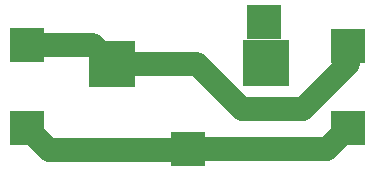
<source format=gbr>
%TF.GenerationSoftware,KiCad,Pcbnew,(6.0.4)*%
%TF.CreationDate,2023-01-17T22:47:36-05:00*%
%TF.ProjectId,Unregulated bridge,556e7265-6775-46c6-9174-656420627269,rev?*%
%TF.SameCoordinates,Original*%
%TF.FileFunction,Copper,L1,Top*%
%TF.FilePolarity,Positive*%
%FSLAX46Y46*%
G04 Gerber Fmt 4.6, Leading zero omitted, Abs format (unit mm)*
G04 Created by KiCad (PCBNEW (6.0.4)) date 2023-01-17 22:47:36*
%MOMM*%
%LPD*%
G01*
G04 APERTURE LIST*
%TA.AperFunction,ComponentPad*%
%ADD10R,3.000000X3.000000*%
%TD*%
%TA.AperFunction,ComponentPad*%
%ADD11R,4.000000X4.000000*%
%TD*%
%TA.AperFunction,Conductor*%
%ADD12C,2.000000*%
%TD*%
G04 APERTURE END LIST*
D10*
%TO.P,,1*%
%TO.N,N/C*%
X31600000Y-7200000D03*
%TD*%
%TO.P,,1*%
%TO.N,N/C*%
X4400000Y-7100000D03*
%TD*%
D11*
%TO.P,Switch,1*%
%TO.N,N/C*%
X24700000Y-8600000D03*
%TO.P,Switch,2*%
X11600000Y-8700000D03*
%TD*%
D10*
%TO.P,REF\u002A\u002A,1*%
%TO.N,N/C*%
X4400000Y-14100000D03*
%TD*%
%TO.P,,1*%
%TO.N,N/C*%
X18100000Y-15900000D03*
%TD*%
%TO.P,,1*%
%TO.N,N/C*%
X31600000Y-14100000D03*
%TD*%
%TO.P,,1*%
%TO.N,N/C*%
X24500000Y-5100000D03*
%TD*%
D12*
%TO.N,*%
X31600000Y-8700000D02*
X31600000Y-7200000D01*
X31600000Y-14100000D02*
X29800000Y-15900000D01*
X27800000Y-12500000D02*
X31600000Y-8700000D01*
X4400000Y-14100000D02*
X6300000Y-16000000D01*
X18800000Y-8700000D02*
X22600000Y-12500000D01*
X18000000Y-16000000D02*
X18100000Y-15900000D01*
X10000000Y-7100000D02*
X11600000Y-8700000D01*
X6300000Y-16000000D02*
X18000000Y-16000000D01*
X29800000Y-15900000D02*
X18100000Y-15900000D01*
X4400000Y-7100000D02*
X10000000Y-7100000D01*
X22600000Y-12500000D02*
X27800000Y-12500000D01*
X11600000Y-8700000D02*
X18800000Y-8700000D01*
%TD*%
M02*

</source>
